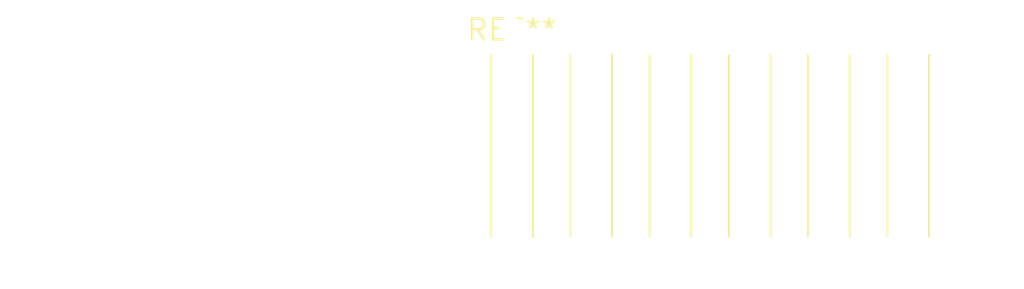
<source format=kicad_pcb>
(kicad_pcb (version 20240108) (generator pcbnew)
  (layers (0 "F.Cu" signal) (31 "B.Cu" signal) (34 "B.Paste" user) (35 "F.Paste" user) (36 "B.SilkS" user "B.Silkscreen") (37 "F.SilkS" user "F.Silkscreen") (38 "B.Mask" user) (39 "F.Mask" user) (44 "Edge.Cuts" user))
  (net 0 "")
  (footprint "SolderWire-0.75sqmm_1x06_P4.8mm_D1.25mm_OD2.3mm_Relief" (layer "F.Cu") (at 0 0)
    (property "Reference" "REF**")
    (property "Value" "SolderWire-0.75sqmm_1x06_P4.8mm_D1.25mm_OD2.3mm_Relief")
    (fp_line (start -1.26 1.535) (end -1.26 12.54) (layer "F.SilkS") (stroke (width 0.12)))
    (fp_line (start 1.26 1.535) (end 1.26 12.54) (layer "F.SilkS") (stroke (width 0.12)))
    (fp_line (start 3.54 1.535) (end 3.54 12.54) (layer "F.SilkS") (stroke (width 0.12)))
    (fp_line (start 6.06 1.535) (end 6.06 12.54) (layer "F.SilkS") (stroke (width 0.12)))
    (fp_line (start 8.34 1.535) (end 8.34 12.54) (layer "F.SilkS") (stroke (width 0.12)))
    (fp_line (start 10.86 1.535) (end 10.86 12.54) (layer "F.SilkS") (stroke (width 0.12)))
    (fp_line (start 13.14 1.535) (end 13.14 12.54) (layer "F.SilkS") (stroke (width 0.12)))
    (fp_line (start 15.66 1.535) (end 15.66 12.54) (layer "F.SilkS") (stroke (width 0.12)))
    (fp_line (start 17.94 1.535) (end 17.94 12.54) (layer "F.SilkS") (stroke (width 0.12)))
    (fp_line (start 20.46 1.535) (end 20.46 12.54) (layer "F.SilkS") (stroke (width 0.12)))
    (fp_line (start 22.74 1.535) (end 22.74 12.54) (layer "F.SilkS") (stroke (width 0.12)))
    (fp_line (start 25.26 1.535) (end 25.26 12.54) (layer "F.SilkS") (stroke (width 0.12)))
    (pad "" np_thru_hole circle (at 0 13.8) (size 2.8 2.8) (drill 2.8) (layers *.Cu *.Mask))
    (pad "" np_thru_hole circle (at 4.8 13.8) (size 2.8 2.8) (drill 2.8) (layers *.Cu *.Mask))
    (pad "" np_thru_hole circle (at 9.6 13.8) (size 2.8 2.8) (drill 2.8) (layers *.Cu *.Mask))
    (pad "" np_thru_hole circle (at 14.4 13.8) (size 2.8 2.8) (drill 2.8) (layers *.Cu *.Mask))
    (pad "" np_thru_hole circle (at 19.2 13.8) (size 2.8 2.8) (drill 2.8) (layers *.Cu *.Mask))
    (pad "" np_thru_hole circle (at 24 13.8) (size 2.8 2.8) (drill 2.8) (layers *.Cu *.Mask))
    (pad "1" thru_hole roundrect (at 0 0) (size 2.55 2.55) (drill 1.55) (layers *.Cu *.Mask) (remove_unused_layers) (roundrect_rratio 0.098039))
    (pad "2" thru_hole circle (at 4.8 0) (size 2.55 2.55) (drill 1.55) (layers *.Cu *.Mask) (remove_unused_layers))
    (pad "3" thru_hole circle (at 9.6 0) (size 2.55 2.55) (drill 1.55) (layers *.Cu *.Mask) (remove_unused_layers))
    (pad "4" thru_hole circle (at 14.4 0) (size 2.55 2.55) (drill 1.55) (layers *.Cu *.Mask) (remove_unused_layers))
    (pad "5" thru_hole circle (at 19.2 0) (size 2.55 2.55) (drill 1.55) (layers *.Cu *.Mask) (remove_unused_layers))
    (pad "6" thru_hole circle (at 24 0) (size 2.55 2.55) (drill 1.55) (layers *.Cu *.Mask) (remove_unused_layers))
  )
)
</source>
